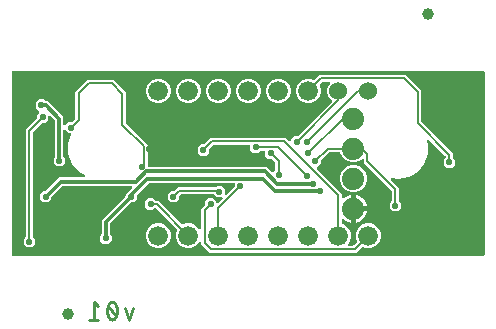
<source format=gbl>
G04 EAGLE Gerber RS-274X export*
G75*
%MOMM*%
%FSLAX34Y34*%
%LPD*%
%INBottom Copper*%
%IPPOS*%
%AMOC8*
5,1,8,0,0,1.08239X$1,22.5*%
G01*
%ADD10C,0.279400*%
%ADD11C,1.879600*%
%ADD12C,1.000000*%
%ADD13C,1.676400*%
%ADD14C,1.524000*%
%ADD15C,0.304800*%
%ADD16C,0.558800*%
%ADD17C,0.203200*%

G36*
X402394Y61477D02*
X402394Y61477D01*
X402452Y61475D01*
X402534Y61497D01*
X402618Y61509D01*
X402671Y61532D01*
X402727Y61547D01*
X402800Y61590D01*
X402877Y61625D01*
X402922Y61663D01*
X402972Y61692D01*
X403030Y61754D01*
X403094Y61808D01*
X403126Y61857D01*
X403166Y61900D01*
X403205Y61975D01*
X403252Y62045D01*
X403269Y62101D01*
X403296Y62153D01*
X403307Y62221D01*
X403337Y62316D01*
X403340Y62416D01*
X403351Y62484D01*
X403351Y216916D01*
X403343Y216974D01*
X403345Y217032D01*
X403323Y217114D01*
X403311Y217198D01*
X403288Y217251D01*
X403273Y217307D01*
X403230Y217380D01*
X403195Y217457D01*
X403157Y217502D01*
X403128Y217552D01*
X403066Y217610D01*
X403012Y217674D01*
X402963Y217706D01*
X402920Y217746D01*
X402845Y217785D01*
X402775Y217832D01*
X402719Y217849D01*
X402667Y217876D01*
X402599Y217887D01*
X402504Y217917D01*
X402404Y217920D01*
X402336Y217931D01*
X4064Y217931D01*
X4006Y217923D01*
X3948Y217925D01*
X3866Y217903D01*
X3782Y217891D01*
X3729Y217868D01*
X3673Y217853D01*
X3600Y217810D01*
X3523Y217775D01*
X3478Y217737D01*
X3428Y217708D01*
X3370Y217646D01*
X3306Y217592D01*
X3274Y217543D01*
X3234Y217500D01*
X3195Y217425D01*
X3148Y217355D01*
X3131Y217299D01*
X3104Y217247D01*
X3093Y217179D01*
X3063Y217084D01*
X3060Y216984D01*
X3049Y216916D01*
X3049Y62484D01*
X3057Y62426D01*
X3055Y62368D01*
X3077Y62286D01*
X3089Y62202D01*
X3112Y62149D01*
X3127Y62093D01*
X3170Y62020D01*
X3205Y61943D01*
X3243Y61898D01*
X3272Y61848D01*
X3334Y61790D01*
X3388Y61726D01*
X3437Y61694D01*
X3480Y61654D01*
X3555Y61615D01*
X3625Y61568D01*
X3681Y61551D01*
X3733Y61524D01*
X3801Y61513D01*
X3896Y61483D01*
X3996Y61480D01*
X4064Y61469D01*
X402336Y61469D01*
X402394Y61477D01*
G37*
%LPC*%
G36*
X170187Y64261D02*
X170187Y64261D01*
X168104Y66344D01*
X168104Y66345D01*
X165405Y69044D01*
X165404Y69044D01*
X163321Y71127D01*
X163321Y72393D01*
X163309Y72478D01*
X163307Y72564D01*
X163289Y72618D01*
X163281Y72674D01*
X163246Y72753D01*
X163220Y72835D01*
X163188Y72882D01*
X163165Y72934D01*
X163110Y72999D01*
X163062Y73071D01*
X163018Y73107D01*
X162982Y73151D01*
X162910Y73198D01*
X162844Y73254D01*
X162792Y73277D01*
X162745Y73308D01*
X162663Y73334D01*
X162584Y73369D01*
X162528Y73377D01*
X162474Y73394D01*
X162388Y73396D01*
X162303Y73408D01*
X162246Y73400D01*
X162190Y73401D01*
X162107Y73380D01*
X162021Y73367D01*
X161969Y73344D01*
X161915Y73329D01*
X161841Y73286D01*
X161762Y73250D01*
X161719Y73213D01*
X161670Y73184D01*
X161611Y73121D01*
X161546Y73066D01*
X161520Y73024D01*
X161476Y72977D01*
X161444Y72916D01*
X158480Y69951D01*
X154652Y68365D01*
X150508Y68365D01*
X146680Y69951D01*
X143751Y72880D01*
X142165Y76708D01*
X142165Y80852D01*
X143086Y83076D01*
X143087Y83077D01*
X143088Y83079D01*
X143122Y83213D01*
X143157Y83351D01*
X143157Y83353D01*
X143158Y83354D01*
X143153Y83495D01*
X143149Y83635D01*
X143149Y83637D01*
X143149Y83638D01*
X143106Y83771D01*
X143063Y83906D01*
X143062Y83907D01*
X143061Y83909D01*
X143053Y83921D01*
X142904Y84142D01*
X142881Y84162D01*
X142866Y84182D01*
X125275Y101773D01*
X125228Y101808D01*
X125188Y101851D01*
X125115Y101894D01*
X125048Y101944D01*
X124993Y101965D01*
X124943Y101995D01*
X124861Y102015D01*
X124782Y102045D01*
X124724Y102050D01*
X124667Y102065D01*
X124583Y102062D01*
X124499Y102069D01*
X124442Y102058D01*
X124383Y102056D01*
X124303Y102030D01*
X124220Y102013D01*
X124168Y101986D01*
X124113Y101968D01*
X124056Y101928D01*
X123968Y101882D01*
X123896Y101813D01*
X123839Y101773D01*
X122649Y100583D01*
X118651Y100583D01*
X115823Y103411D01*
X115823Y107409D01*
X118651Y110237D01*
X122649Y110237D01*
X124130Y108756D01*
X124200Y108704D01*
X124264Y108644D01*
X124313Y108618D01*
X124357Y108585D01*
X124439Y108554D01*
X124517Y108514D01*
X124564Y108506D01*
X124623Y108484D01*
X124770Y108472D01*
X124848Y108459D01*
X127213Y108459D01*
X129296Y106376D01*
X129296Y106375D01*
X147178Y88494D01*
X147179Y88493D01*
X147180Y88491D01*
X147290Y88409D01*
X147405Y88323D01*
X147407Y88322D01*
X147408Y88321D01*
X147540Y88271D01*
X147671Y88221D01*
X147672Y88221D01*
X147674Y88221D01*
X147818Y88209D01*
X147954Y88198D01*
X147956Y88198D01*
X147957Y88198D01*
X147973Y88202D01*
X148233Y88254D01*
X148260Y88268D01*
X148284Y88274D01*
X150508Y89195D01*
X154652Y89195D01*
X158480Y87609D01*
X161434Y84654D01*
X161447Y84626D01*
X161484Y84583D01*
X161512Y84534D01*
X161575Y84475D01*
X161631Y84409D01*
X161678Y84378D01*
X161719Y84339D01*
X161795Y84300D01*
X161867Y84252D01*
X161921Y84235D01*
X161972Y84209D01*
X162056Y84192D01*
X162138Y84166D01*
X162195Y84165D01*
X162251Y84154D01*
X162336Y84161D01*
X162422Y84159D01*
X162477Y84173D01*
X162534Y84178D01*
X162614Y84209D01*
X162697Y84231D01*
X162746Y84259D01*
X162799Y84280D01*
X162868Y84332D01*
X162942Y84376D01*
X162981Y84417D01*
X163026Y84451D01*
X163077Y84520D01*
X163136Y84583D01*
X163162Y84634D01*
X163196Y84679D01*
X163227Y84760D01*
X163266Y84836D01*
X163274Y84885D01*
X163297Y84945D01*
X163308Y85090D01*
X163321Y85167D01*
X163321Y101593D01*
X166326Y104597D01*
X166378Y104667D01*
X166438Y104731D01*
X166464Y104781D01*
X166497Y104825D01*
X166528Y104906D01*
X166568Y104984D01*
X166576Y105032D01*
X166598Y105090D01*
X166610Y105238D01*
X166623Y105315D01*
X166623Y107409D01*
X169451Y110237D01*
X173449Y110237D01*
X176277Y107409D01*
X176277Y106839D01*
X176281Y106810D01*
X176278Y106781D01*
X176301Y106670D01*
X176317Y106558D01*
X176329Y106531D01*
X176334Y106502D01*
X176386Y106402D01*
X176433Y106298D01*
X176452Y106276D01*
X176465Y106250D01*
X176543Y106168D01*
X176616Y106081D01*
X176641Y106065D01*
X176661Y106044D01*
X176759Y105987D01*
X176853Y105924D01*
X176881Y105915D01*
X176906Y105900D01*
X177016Y105872D01*
X177124Y105838D01*
X177154Y105837D01*
X177182Y105830D01*
X177295Y105834D01*
X177408Y105831D01*
X177437Y105838D01*
X177466Y105839D01*
X177574Y105874D01*
X177683Y105903D01*
X177709Y105918D01*
X177737Y105927D01*
X177800Y105972D01*
X177928Y106048D01*
X177971Y106093D01*
X178010Y106121D01*
X181309Y109421D01*
X181327Y109444D01*
X181349Y109463D01*
X181412Y109558D01*
X181480Y109648D01*
X181491Y109675D01*
X181507Y109700D01*
X181541Y109808D01*
X181581Y109914D01*
X181584Y109943D01*
X181593Y109971D01*
X181596Y110084D01*
X181605Y110197D01*
X181599Y110226D01*
X181600Y110255D01*
X181571Y110365D01*
X181549Y110476D01*
X181536Y110502D01*
X181528Y110530D01*
X181470Y110628D01*
X181418Y110728D01*
X181398Y110749D01*
X181383Y110775D01*
X181300Y110852D01*
X181222Y110934D01*
X181197Y110949D01*
X181176Y110969D01*
X181075Y111021D01*
X180977Y111078D01*
X180949Y111085D01*
X180923Y111099D01*
X180845Y111111D01*
X180702Y111148D01*
X180639Y111146D01*
X180591Y111154D01*
X176660Y111154D01*
X174320Y113494D01*
X174250Y113546D01*
X174186Y113606D01*
X174137Y113632D01*
X174093Y113665D01*
X174011Y113696D01*
X173933Y113736D01*
X173886Y113744D01*
X173827Y113766D01*
X173680Y113778D01*
X173602Y113791D01*
X146463Y113791D01*
X146377Y113779D01*
X146289Y113776D01*
X146237Y113759D01*
X146182Y113751D01*
X146102Y113716D01*
X146019Y113689D01*
X145980Y113661D01*
X145922Y113635D01*
X145809Y113539D01*
X145745Y113494D01*
X144824Y112573D01*
X144772Y112503D01*
X144712Y112439D01*
X144686Y112389D01*
X144653Y112345D01*
X144622Y112264D01*
X144582Y112186D01*
X144574Y112138D01*
X144552Y112080D01*
X144540Y111932D01*
X144527Y111855D01*
X144527Y109761D01*
X141699Y106933D01*
X137701Y106933D01*
X134873Y109761D01*
X134873Y113759D01*
X137701Y116587D01*
X139795Y116587D01*
X139881Y116599D01*
X139969Y116602D01*
X140021Y116619D01*
X140076Y116627D01*
X140156Y116662D01*
X140239Y116689D01*
X140278Y116717D01*
X140336Y116743D01*
X140449Y116839D01*
X140513Y116884D01*
X143517Y119889D01*
X175321Y119889D01*
X175407Y119901D01*
X175495Y119904D01*
X175547Y119921D01*
X175602Y119929D01*
X175682Y119964D01*
X175765Y119991D01*
X175804Y120019D01*
X175862Y120045D01*
X175975Y120141D01*
X176039Y120186D01*
X176660Y120807D01*
X180659Y120807D01*
X183486Y117980D01*
X183486Y114049D01*
X183490Y114019D01*
X183488Y113990D01*
X183510Y113879D01*
X183526Y113767D01*
X183538Y113740D01*
X183544Y113712D01*
X183596Y113611D01*
X183642Y113508D01*
X183661Y113485D01*
X183675Y113459D01*
X183752Y113377D01*
X183826Y113291D01*
X183850Y113274D01*
X183870Y113253D01*
X183968Y113196D01*
X184062Y113133D01*
X184090Y113124D01*
X184116Y113109D01*
X184225Y113082D01*
X184333Y113047D01*
X184363Y113047D01*
X184391Y113039D01*
X184504Y113043D01*
X184618Y113040D01*
X184646Y113047D01*
X184675Y113048D01*
X184783Y113083D01*
X184893Y113112D01*
X184918Y113127D01*
X184946Y113136D01*
X185010Y113181D01*
X185137Y113257D01*
X185180Y113303D01*
X185219Y113331D01*
X191502Y119613D01*
X191554Y119683D01*
X191614Y119747D01*
X191639Y119796D01*
X191673Y119840D01*
X191704Y119922D01*
X191744Y120000D01*
X191751Y120048D01*
X191774Y120106D01*
X191779Y120165D01*
X191785Y120185D01*
X191787Y120259D01*
X191799Y120331D01*
X191799Y122428D01*
X191792Y122479D01*
X191792Y122500D01*
X191791Y122504D01*
X191792Y122544D01*
X191771Y122626D01*
X191759Y122710D01*
X191735Y122763D01*
X191721Y122819D01*
X191677Y122892D01*
X191643Y122969D01*
X191605Y123014D01*
X191575Y123064D01*
X191514Y123122D01*
X191459Y123186D01*
X191411Y123218D01*
X191368Y123258D01*
X191293Y123297D01*
X191223Y123344D01*
X191167Y123361D01*
X191115Y123388D01*
X191047Y123399D01*
X190952Y123429D01*
X190852Y123432D01*
X190784Y123443D01*
X119594Y123443D01*
X119507Y123431D01*
X119419Y123428D01*
X119367Y123411D01*
X119312Y123403D01*
X119232Y123368D01*
X119149Y123341D01*
X119110Y123313D01*
X119053Y123287D01*
X118939Y123191D01*
X118876Y123146D01*
X109264Y113534D01*
X109212Y113464D01*
X109152Y113401D01*
X109126Y113351D01*
X109093Y113307D01*
X109062Y113225D01*
X109022Y113148D01*
X109014Y113100D01*
X108992Y113041D01*
X108980Y112894D01*
X108967Y112816D01*
X108967Y109761D01*
X106139Y106933D01*
X104764Y106933D01*
X104677Y106921D01*
X104590Y106918D01*
X104537Y106901D01*
X104482Y106893D01*
X104402Y106858D01*
X104319Y106831D01*
X104280Y106803D01*
X104223Y106777D01*
X104110Y106681D01*
X104046Y106636D01*
X86501Y89091D01*
X86449Y89021D01*
X86389Y88957D01*
X86363Y88908D01*
X86330Y88864D01*
X86299Y88782D01*
X86259Y88704D01*
X86251Y88657D01*
X86229Y88598D01*
X86217Y88451D01*
X86204Y88373D01*
X86204Y80271D01*
X86216Y80184D01*
X86219Y80097D01*
X86236Y80044D01*
X86244Y79989D01*
X86279Y79910D01*
X86306Y79826D01*
X86334Y79787D01*
X86360Y79730D01*
X86456Y79617D01*
X86501Y79553D01*
X87474Y78580D01*
X87474Y74582D01*
X84646Y71754D01*
X80648Y71754D01*
X77820Y74582D01*
X77820Y78580D01*
X78793Y79553D01*
X78845Y79623D01*
X78905Y79687D01*
X78931Y79736D01*
X78964Y79780D01*
X78995Y79862D01*
X79035Y79940D01*
X79043Y79987D01*
X79065Y80046D01*
X79077Y80193D01*
X79090Y80271D01*
X79090Y91740D01*
X99016Y111666D01*
X99068Y111736D01*
X99128Y111800D01*
X99154Y111849D01*
X99187Y111893D01*
X99218Y111975D01*
X99258Y112053D01*
X99266Y112100D01*
X99288Y112159D01*
X99300Y112306D01*
X99313Y112384D01*
X99313Y113759D01*
X102225Y116671D01*
X102280Y116689D01*
X102320Y116717D01*
X102377Y116743D01*
X102490Y116839D01*
X102554Y116884D01*
X104840Y119170D01*
X104858Y119194D01*
X104880Y119213D01*
X104943Y119307D01*
X105011Y119397D01*
X105021Y119425D01*
X105038Y119449D01*
X105072Y119557D01*
X105112Y119663D01*
X105114Y119692D01*
X105123Y119720D01*
X105126Y119834D01*
X105136Y119946D01*
X105130Y119975D01*
X105131Y120004D01*
X105102Y120114D01*
X105080Y120225D01*
X105066Y120251D01*
X105059Y120279D01*
X105001Y120377D01*
X104949Y120477D01*
X104929Y120499D01*
X104914Y120524D01*
X104831Y120601D01*
X104753Y120683D01*
X104728Y120698D01*
X104706Y120718D01*
X104605Y120770D01*
X104508Y120827D01*
X104479Y120834D01*
X104453Y120848D01*
X104376Y120861D01*
X104232Y120897D01*
X104170Y120895D01*
X104122Y120903D01*
X46344Y120903D01*
X46257Y120891D01*
X46170Y120888D01*
X46117Y120871D01*
X46062Y120863D01*
X45982Y120828D01*
X45899Y120801D01*
X45860Y120773D01*
X45803Y120747D01*
X45690Y120651D01*
X45626Y120606D01*
X36874Y111854D01*
X36822Y111784D01*
X36762Y111720D01*
X36736Y111671D01*
X36703Y111627D01*
X36672Y111545D01*
X36632Y111467D01*
X36624Y111420D01*
X36602Y111361D01*
X36590Y111214D01*
X36577Y111136D01*
X36577Y109761D01*
X33749Y106933D01*
X29751Y106933D01*
X26923Y109761D01*
X26923Y113759D01*
X29751Y116587D01*
X31126Y116587D01*
X31213Y116599D01*
X31300Y116602D01*
X31353Y116619D01*
X31408Y116627D01*
X31488Y116662D01*
X31571Y116689D01*
X31610Y116717D01*
X31667Y116743D01*
X31780Y116839D01*
X31844Y116884D01*
X42977Y128017D01*
X64123Y128017D01*
X64144Y128020D01*
X64165Y128018D01*
X64284Y128040D01*
X64404Y128057D01*
X64424Y128065D01*
X64445Y128069D01*
X64553Y128123D01*
X64664Y128173D01*
X64680Y128187D01*
X64699Y128196D01*
X64788Y128278D01*
X64881Y128356D01*
X64892Y128374D01*
X64908Y128389D01*
X64971Y128492D01*
X65038Y128593D01*
X65045Y128613D01*
X65056Y128632D01*
X65087Y128748D01*
X65124Y128864D01*
X65125Y128885D01*
X65130Y128906D01*
X65128Y129027D01*
X65131Y129148D01*
X65126Y129169D01*
X65126Y129190D01*
X65090Y129306D01*
X65060Y129423D01*
X65049Y129442D01*
X65042Y129462D01*
X64976Y129564D01*
X64914Y129668D01*
X64899Y129682D01*
X64887Y129700D01*
X64829Y129748D01*
X64707Y129862D01*
X64660Y129886D01*
X64627Y129913D01*
X59801Y132678D01*
X54074Y139426D01*
X50981Y147720D01*
X50892Y156570D01*
X53494Y164003D01*
X53511Y164087D01*
X53537Y164170D01*
X53538Y164226D01*
X53549Y164281D01*
X53542Y164368D01*
X53544Y164454D01*
X53530Y164509D01*
X53525Y164565D01*
X53494Y164646D01*
X53472Y164729D01*
X53444Y164778D01*
X53423Y164830D01*
X53371Y164899D01*
X53327Y164974D01*
X53286Y165012D01*
X53252Y165057D01*
X53183Y165109D01*
X53120Y165168D01*
X53070Y165194D01*
X53025Y165228D01*
X52944Y165258D01*
X52867Y165298D01*
X52818Y165306D01*
X52759Y165328D01*
X52613Y165340D01*
X52535Y165353D01*
X51341Y165353D01*
X48470Y168224D01*
X48446Y168242D01*
X48427Y168264D01*
X48333Y168327D01*
X48243Y168395D01*
X48215Y168405D01*
X48191Y168422D01*
X48083Y168456D01*
X47977Y168496D01*
X47948Y168499D01*
X47920Y168508D01*
X47806Y168510D01*
X47694Y168520D01*
X47665Y168514D01*
X47636Y168515D01*
X47526Y168486D01*
X47415Y168464D01*
X47389Y168450D01*
X47361Y168443D01*
X47263Y168385D01*
X47163Y168333D01*
X47141Y168313D01*
X47116Y168298D01*
X47039Y168215D01*
X46957Y168137D01*
X46942Y168112D01*
X46922Y168090D01*
X46870Y167990D01*
X46813Y167892D01*
X46806Y167863D01*
X46792Y167837D01*
X46779Y167760D01*
X46743Y167616D01*
X46745Y167554D01*
X46737Y167506D01*
X46737Y145930D01*
X46749Y145843D01*
X46752Y145756D01*
X46769Y145703D01*
X46777Y145648D01*
X46812Y145569D01*
X46839Y145485D01*
X46867Y145446D01*
X46893Y145389D01*
X46989Y145276D01*
X47034Y145212D01*
X48007Y144239D01*
X48007Y140241D01*
X45179Y137413D01*
X41181Y137413D01*
X38353Y140241D01*
X38353Y144239D01*
X39326Y145212D01*
X39378Y145282D01*
X39438Y145346D01*
X39464Y145395D01*
X39497Y145439D01*
X39528Y145521D01*
X39568Y145599D01*
X39576Y145646D01*
X39598Y145705D01*
X39610Y145852D01*
X39623Y145930D01*
X39623Y175906D01*
X39611Y175993D01*
X39608Y176080D01*
X39591Y176133D01*
X39583Y176188D01*
X39548Y176268D01*
X39521Y176351D01*
X39493Y176390D01*
X39467Y176447D01*
X39371Y176560D01*
X39326Y176624D01*
X35770Y180180D01*
X35746Y180198D01*
X35727Y180220D01*
X35633Y180283D01*
X35543Y180351D01*
X35515Y180361D01*
X35491Y180378D01*
X35383Y180412D01*
X35277Y180452D01*
X35248Y180455D01*
X35220Y180464D01*
X35106Y180466D01*
X34994Y180476D01*
X34965Y180470D01*
X34936Y180471D01*
X34826Y180442D01*
X34715Y180420D01*
X34689Y180406D01*
X34661Y180399D01*
X34563Y180341D01*
X34463Y180289D01*
X34441Y180269D01*
X34416Y180254D01*
X34339Y180171D01*
X34257Y180093D01*
X34242Y180068D01*
X34222Y180046D01*
X34170Y179946D01*
X34113Y179848D01*
X34106Y179819D01*
X34092Y179793D01*
X34079Y179716D01*
X34043Y179572D01*
X34045Y179510D01*
X34037Y179462D01*
X34037Y177071D01*
X31209Y174243D01*
X29115Y174243D01*
X29029Y174231D01*
X28941Y174228D01*
X28889Y174211D01*
X28834Y174203D01*
X28754Y174168D01*
X28671Y174141D01*
X28632Y174113D01*
X28574Y174087D01*
X28461Y173991D01*
X28397Y173946D01*
X21126Y166675D01*
X21074Y166605D01*
X21014Y166541D01*
X20988Y166491D01*
X20955Y166447D01*
X20924Y166366D01*
X20884Y166288D01*
X20876Y166240D01*
X20854Y166182D01*
X20842Y166034D01*
X20829Y165957D01*
X20829Y77858D01*
X20841Y77771D01*
X20844Y77684D01*
X20861Y77631D01*
X20869Y77576D01*
X20904Y77497D01*
X20931Y77413D01*
X20959Y77374D01*
X20985Y77317D01*
X21081Y77204D01*
X21126Y77140D01*
X22607Y75659D01*
X22607Y71661D01*
X19779Y68833D01*
X15781Y68833D01*
X12953Y71661D01*
X12953Y75659D01*
X14434Y77140D01*
X14486Y77210D01*
X14546Y77274D01*
X14572Y77323D01*
X14605Y77367D01*
X14636Y77449D01*
X14676Y77527D01*
X14684Y77574D01*
X14706Y77633D01*
X14718Y77780D01*
X14731Y77858D01*
X14731Y168903D01*
X24086Y178257D01*
X24138Y178327D01*
X24198Y178391D01*
X24224Y178441D01*
X24257Y178485D01*
X24288Y178566D01*
X24328Y178644D01*
X24336Y178692D01*
X24358Y178750D01*
X24370Y178898D01*
X24383Y178975D01*
X24383Y181069D01*
X26111Y182797D01*
X26146Y182844D01*
X26189Y182884D01*
X26231Y182957D01*
X26282Y183024D01*
X26303Y183079D01*
X26332Y183129D01*
X26353Y183211D01*
X26383Y183290D01*
X26388Y183348D01*
X26402Y183405D01*
X26400Y183489D01*
X26407Y183573D01*
X26395Y183631D01*
X26393Y183689D01*
X26367Y183769D01*
X26351Y183852D01*
X26324Y183904D01*
X26306Y183960D01*
X26266Y184016D01*
X26220Y184104D01*
X26151Y184177D01*
X26111Y184233D01*
X23113Y187231D01*
X23113Y191229D01*
X25941Y194057D01*
X29939Y194057D01*
X30912Y193084D01*
X30982Y193032D01*
X31046Y192972D01*
X31095Y192946D01*
X31139Y192913D01*
X31221Y192882D01*
X31299Y192842D01*
X31346Y192834D01*
X31405Y192812D01*
X31552Y192800D01*
X31630Y192787D01*
X33223Y192787D01*
X44356Y181654D01*
X46737Y179273D01*
X46737Y172854D01*
X46741Y172825D01*
X46738Y172795D01*
X46761Y172684D01*
X46777Y172572D01*
X46789Y172546D01*
X46794Y172517D01*
X46847Y172416D01*
X46893Y172313D01*
X46912Y172290D01*
X46925Y172264D01*
X47003Y172182D01*
X47076Y172096D01*
X47101Y172080D01*
X47121Y172058D01*
X47219Y172001D01*
X47313Y171938D01*
X47341Y171929D01*
X47366Y171915D01*
X47476Y171887D01*
X47584Y171852D01*
X47614Y171852D01*
X47642Y171845D01*
X47755Y171848D01*
X47868Y171845D01*
X47897Y171853D01*
X47926Y171854D01*
X48034Y171888D01*
X48143Y171917D01*
X48169Y171932D01*
X48197Y171941D01*
X48260Y171987D01*
X48388Y172062D01*
X48431Y172108D01*
X48470Y172136D01*
X51341Y175007D01*
X53435Y175007D01*
X53521Y175019D01*
X53609Y175022D01*
X53661Y175039D01*
X53716Y175047D01*
X53796Y175082D01*
X53879Y175109D01*
X53918Y175137D01*
X53976Y175163D01*
X54089Y175259D01*
X54153Y175304D01*
X56344Y177495D01*
X56380Y177544D01*
X56384Y177547D01*
X56394Y177562D01*
X56396Y177565D01*
X56456Y177629D01*
X56482Y177679D01*
X56515Y177723D01*
X56533Y177771D01*
X56542Y177784D01*
X56552Y177815D01*
X56586Y177882D01*
X56594Y177930D01*
X56616Y177988D01*
X56619Y178030D01*
X56627Y178055D01*
X56630Y178144D01*
X56641Y178213D01*
X56641Y200653D01*
X66747Y210759D01*
X88967Y210759D01*
X99639Y200087D01*
X99639Y174444D01*
X99651Y174357D01*
X99654Y174270D01*
X99671Y174217D01*
X99679Y174163D01*
X99714Y174083D01*
X99741Y174000D01*
X99769Y173960D01*
X99795Y173903D01*
X99891Y173790D01*
X99936Y173726D01*
X117996Y155666D01*
X117996Y137922D01*
X118004Y137864D01*
X118003Y137806D01*
X118024Y137724D01*
X118036Y137640D01*
X118060Y137587D01*
X118075Y137531D01*
X118118Y137458D01*
X118152Y137381D01*
X118190Y137336D01*
X118220Y137286D01*
X118281Y137228D01*
X118336Y137164D01*
X118385Y137132D01*
X118427Y137092D01*
X118502Y137053D01*
X118573Y137006D01*
X118628Y136989D01*
X118680Y136962D01*
X118748Y136951D01*
X118844Y136921D01*
X118943Y136918D01*
X119011Y136907D01*
X218643Y136907D01*
X222950Y132600D01*
X222997Y132565D01*
X223037Y132523D01*
X223110Y132480D01*
X223177Y132429D01*
X223232Y132408D01*
X223282Y132379D01*
X223364Y132358D01*
X223443Y132328D01*
X223501Y132323D01*
X223558Y132309D01*
X223642Y132311D01*
X223726Y132304D01*
X223783Y132316D01*
X223842Y132318D01*
X223922Y132344D01*
X224005Y132360D01*
X224057Y132387D01*
X224112Y132405D01*
X224169Y132445D01*
X224257Y132491D01*
X224329Y132560D01*
X224386Y132600D01*
X225635Y133849D01*
X225652Y133873D01*
X225674Y133891D01*
X225707Y133940D01*
X225747Y133983D01*
X225773Y134032D01*
X225806Y134077D01*
X225816Y134105D01*
X225832Y134128D01*
X225849Y134182D01*
X225877Y134236D01*
X225885Y134284D01*
X225907Y134342D01*
X225910Y134373D01*
X225918Y134399D01*
X225920Y134495D01*
X225932Y134567D01*
X225932Y140176D01*
X225920Y140262D01*
X225917Y140350D01*
X225900Y140402D01*
X225892Y140457D01*
X225857Y140537D01*
X225830Y140620D01*
X225802Y140659D01*
X225776Y140717D01*
X225680Y140830D01*
X225635Y140894D01*
X223063Y143466D01*
X222993Y143518D01*
X222929Y143578D01*
X222879Y143604D01*
X222835Y143637D01*
X222754Y143668D01*
X222676Y143708D01*
X222628Y143716D01*
X222570Y143738D01*
X222422Y143750D01*
X222345Y143763D01*
X220251Y143763D01*
X217423Y146591D01*
X217423Y149606D01*
X217415Y149664D01*
X217417Y149722D01*
X217395Y149804D01*
X217383Y149888D01*
X217360Y149941D01*
X217345Y149997D01*
X217302Y150070D01*
X217267Y150147D01*
X217229Y150192D01*
X217200Y150242D01*
X217138Y150300D01*
X217084Y150364D01*
X217035Y150396D01*
X216992Y150436D01*
X216917Y150475D01*
X216847Y150522D01*
X216791Y150539D01*
X216739Y150566D01*
X216671Y150577D01*
X216576Y150607D01*
X216476Y150610D01*
X216408Y150621D01*
X213748Y150621D01*
X213661Y150609D01*
X213574Y150606D01*
X213521Y150589D01*
X213466Y150581D01*
X213387Y150546D01*
X213303Y150519D01*
X213264Y150491D01*
X213207Y150465D01*
X213094Y150369D01*
X213030Y150324D01*
X211549Y148843D01*
X207551Y148843D01*
X204723Y151671D01*
X204723Y154686D01*
X204715Y154744D01*
X204717Y154802D01*
X204695Y154884D01*
X204683Y154968D01*
X204660Y155021D01*
X204645Y155077D01*
X204602Y155150D01*
X204567Y155227D01*
X204529Y155272D01*
X204500Y155322D01*
X204438Y155380D01*
X204384Y155444D01*
X204335Y155476D01*
X204292Y155516D01*
X204217Y155555D01*
X204147Y155602D01*
X204091Y155619D01*
X204039Y155646D01*
X203971Y155657D01*
X203876Y155687D01*
X203776Y155690D01*
X203708Y155701D01*
X174403Y155701D01*
X174317Y155689D01*
X174229Y155686D01*
X174177Y155669D01*
X174122Y155661D01*
X174042Y155626D01*
X173959Y155599D01*
X173920Y155571D01*
X173862Y155545D01*
X173749Y155449D01*
X173685Y155404D01*
X170224Y151943D01*
X170172Y151873D01*
X170112Y151809D01*
X170086Y151759D01*
X170053Y151715D01*
X170022Y151634D01*
X169982Y151556D01*
X169974Y151508D01*
X169952Y151450D01*
X169940Y151302D01*
X169927Y151225D01*
X169927Y149131D01*
X167099Y146303D01*
X163101Y146303D01*
X160273Y149131D01*
X160273Y153129D01*
X163101Y155957D01*
X165195Y155957D01*
X165281Y155969D01*
X165369Y155972D01*
X165421Y155989D01*
X165476Y155997D01*
X165556Y156032D01*
X165639Y156059D01*
X165678Y156087D01*
X165736Y156113D01*
X165849Y156209D01*
X165913Y156254D01*
X171457Y161799D01*
X234943Y161799D01*
X237026Y159716D01*
X237026Y159715D01*
X237745Y158996D01*
X237769Y158979D01*
X237788Y158956D01*
X237882Y158894D01*
X237972Y158826D01*
X238000Y158815D01*
X238024Y158799D01*
X238132Y158765D01*
X238238Y158724D01*
X238267Y158722D01*
X238295Y158713D01*
X238409Y158710D01*
X238521Y158701D01*
X238550Y158706D01*
X238579Y158706D01*
X238689Y158734D01*
X238800Y158757D01*
X238826Y158770D01*
X238854Y158778D01*
X238952Y158835D01*
X239052Y158888D01*
X239074Y158908D01*
X239099Y158923D01*
X239176Y159005D01*
X239258Y159083D01*
X239273Y159109D01*
X239293Y159130D01*
X239345Y159231D01*
X239402Y159329D01*
X239409Y159357D01*
X239423Y159383D01*
X239436Y159461D01*
X239472Y159604D01*
X239470Y159667D01*
X239478Y159714D01*
X239478Y159944D01*
X242306Y162772D01*
X244400Y162772D01*
X244486Y162784D01*
X244574Y162787D01*
X244626Y162804D01*
X244681Y162812D01*
X244761Y162847D01*
X244844Y162874D01*
X244883Y162902D01*
X244941Y162928D01*
X245054Y163024D01*
X245118Y163069D01*
X273861Y191812D01*
X273896Y191859D01*
X273938Y191899D01*
X273981Y191972D01*
X274032Y192040D01*
X274053Y192094D01*
X274082Y192145D01*
X274103Y192226D01*
X274133Y192305D01*
X274138Y192364D01*
X274152Y192420D01*
X274150Y192504D01*
X274157Y192589D01*
X274145Y192646D01*
X274143Y192704D01*
X274117Y192785D01*
X274101Y192867D01*
X274074Y192919D01*
X274056Y192975D01*
X274016Y193031D01*
X273970Y193120D01*
X273901Y193192D01*
X273861Y193248D01*
X271397Y195712D01*
X269927Y199260D01*
X269927Y203100D01*
X271397Y206648D01*
X272057Y207308D01*
X272075Y207332D01*
X272097Y207351D01*
X272160Y207445D01*
X272228Y207535D01*
X272238Y207563D01*
X272255Y207587D01*
X272289Y207695D01*
X272329Y207801D01*
X272332Y207830D01*
X272341Y207858D01*
X272343Y207972D01*
X272353Y208084D01*
X272347Y208113D01*
X272348Y208142D01*
X272319Y208252D01*
X272297Y208363D01*
X272283Y208389D01*
X272276Y208417D01*
X272218Y208515D01*
X272166Y208615D01*
X272146Y208637D01*
X272131Y208662D01*
X272048Y208739D01*
X271970Y208821D01*
X271945Y208836D01*
X271923Y208856D01*
X271822Y208908D01*
X271725Y208965D01*
X271696Y208972D01*
X271670Y208986D01*
X271593Y208999D01*
X271449Y209035D01*
X271387Y209033D01*
X271339Y209041D01*
X266773Y209041D01*
X266687Y209029D01*
X266599Y209026D01*
X266547Y209009D01*
X266492Y209001D01*
X266412Y208966D01*
X266329Y208939D01*
X266290Y208911D01*
X266232Y208885D01*
X266119Y208789D01*
X266055Y208744D01*
X263894Y206582D01*
X263893Y206581D01*
X263891Y206580D01*
X263809Y206470D01*
X263723Y206355D01*
X263722Y206353D01*
X263721Y206352D01*
X263671Y206220D01*
X263621Y206089D01*
X263621Y206088D01*
X263621Y206086D01*
X263609Y205942D01*
X263598Y205806D01*
X263598Y205804D01*
X263598Y205803D01*
X263602Y205787D01*
X263654Y205527D01*
X263668Y205500D01*
X263674Y205476D01*
X264595Y203252D01*
X264595Y199108D01*
X263009Y195280D01*
X260080Y192351D01*
X256252Y190765D01*
X252108Y190765D01*
X248280Y192351D01*
X245351Y195280D01*
X243765Y199108D01*
X243765Y203252D01*
X245351Y207080D01*
X248280Y210009D01*
X252108Y211595D01*
X256252Y211595D01*
X258476Y210674D01*
X258477Y210673D01*
X258479Y210672D01*
X258612Y210638D01*
X258751Y210603D01*
X258753Y210603D01*
X258754Y210602D01*
X258895Y210607D01*
X259035Y210611D01*
X259037Y210611D01*
X259038Y210611D01*
X259172Y210655D01*
X259306Y210697D01*
X259307Y210698D01*
X259309Y210699D01*
X259321Y210707D01*
X259542Y210856D01*
X259562Y210879D01*
X259582Y210894D01*
X261744Y213055D01*
X261744Y213056D01*
X263827Y215139D01*
X336543Y215139D01*
X349759Y201923D01*
X349759Y175673D01*
X349771Y175587D01*
X349774Y175499D01*
X349791Y175447D01*
X349799Y175392D01*
X349834Y175312D01*
X349861Y175229D01*
X349889Y175190D01*
X349915Y175132D01*
X350011Y175019D01*
X350056Y174955D01*
X376429Y148583D01*
X376429Y145168D01*
X376441Y145081D01*
X376444Y144994D01*
X376461Y144941D01*
X376469Y144886D01*
X376504Y144807D01*
X376531Y144723D01*
X376559Y144684D01*
X376585Y144627D01*
X376681Y144514D01*
X376726Y144450D01*
X378207Y142969D01*
X378207Y138971D01*
X375379Y136143D01*
X371381Y136143D01*
X368553Y138971D01*
X368553Y142969D01*
X370034Y144450D01*
X370086Y144520D01*
X370146Y144584D01*
X370172Y144633D01*
X370205Y144677D01*
X370236Y144759D01*
X370276Y144837D01*
X370284Y144884D01*
X370306Y144943D01*
X370318Y145090D01*
X370331Y145168D01*
X370331Y145637D01*
X370319Y145723D01*
X370316Y145811D01*
X370299Y145863D01*
X370291Y145918D01*
X370256Y145998D01*
X370229Y146081D01*
X370201Y146120D01*
X370175Y146178D01*
X370079Y146291D01*
X370034Y146355D01*
X356333Y160056D01*
X356287Y160090D01*
X356247Y160132D01*
X356174Y160175D01*
X356106Y160226D01*
X356052Y160247D01*
X356002Y160276D01*
X355920Y160297D01*
X355840Y160328D01*
X355783Y160332D01*
X355727Y160347D01*
X355641Y160344D01*
X355557Y160351D01*
X355500Y160340D01*
X355443Y160338D01*
X355362Y160312D01*
X355278Y160295D01*
X355227Y160269D01*
X355172Y160251D01*
X355101Y160204D01*
X355026Y160164D01*
X354984Y160125D01*
X354936Y160093D01*
X354881Y160027D01*
X354820Y159969D01*
X354790Y159919D01*
X354753Y159875D01*
X354719Y159797D01*
X354676Y159723D01*
X354662Y159667D01*
X354638Y159615D01*
X354627Y159530D01*
X354606Y159448D01*
X354608Y159390D01*
X354600Y159333D01*
X354612Y159264D01*
X354615Y159164D01*
X354645Y159070D01*
X354657Y159002D01*
X355508Y156570D01*
X355419Y147720D01*
X352326Y139426D01*
X346599Y132678D01*
X338919Y128278D01*
X330200Y126751D01*
X324899Y127679D01*
X324782Y127683D01*
X324665Y127693D01*
X324640Y127688D01*
X324615Y127689D01*
X324501Y127660D01*
X324387Y127637D01*
X324364Y127625D01*
X324339Y127619D01*
X324238Y127560D01*
X324134Y127506D01*
X324116Y127488D01*
X324094Y127475D01*
X324013Y127390D01*
X323928Y127310D01*
X323915Y127288D01*
X323898Y127270D01*
X323843Y127166D01*
X323784Y127065D01*
X323778Y127040D01*
X323766Y127017D01*
X323743Y126902D01*
X323714Y126789D01*
X323715Y126764D01*
X323710Y126739D01*
X323720Y126622D01*
X323723Y126505D01*
X323731Y126481D01*
X323733Y126455D01*
X323775Y126346D01*
X323811Y126235D01*
X323824Y126216D01*
X323834Y126190D01*
X324005Y125962D01*
X324006Y125961D01*
X330709Y119258D01*
X330709Y108338D01*
X330721Y108251D01*
X330724Y108164D01*
X330741Y108111D01*
X330749Y108056D01*
X330784Y107977D01*
X330811Y107893D01*
X330839Y107854D01*
X330865Y107797D01*
X330961Y107684D01*
X331006Y107620D01*
X332487Y106139D01*
X332487Y102141D01*
X329659Y99313D01*
X325661Y99313D01*
X322833Y102141D01*
X322833Y106139D01*
X324314Y107620D01*
X324366Y107690D01*
X324426Y107754D01*
X324452Y107803D01*
X324485Y107847D01*
X324516Y107929D01*
X324556Y108007D01*
X324564Y108054D01*
X324586Y108113D01*
X324598Y108260D01*
X324611Y108338D01*
X324611Y116312D01*
X324604Y116367D01*
X324605Y116409D01*
X324598Y116434D01*
X324596Y116486D01*
X324579Y116539D01*
X324571Y116594D01*
X324536Y116673D01*
X324534Y116677D01*
X324533Y116684D01*
X324532Y116685D01*
X324509Y116757D01*
X324481Y116796D01*
X324455Y116853D01*
X324359Y116966D01*
X324314Y117030D01*
X300989Y140355D01*
X300989Y142673D01*
X300985Y142702D01*
X300988Y142731D01*
X300965Y142842D01*
X300949Y142954D01*
X300937Y142981D01*
X300932Y143010D01*
X300879Y143110D01*
X300833Y143214D01*
X300814Y143236D01*
X300801Y143262D01*
X300723Y143344D01*
X300650Y143431D01*
X300625Y143447D01*
X300605Y143468D01*
X300507Y143525D01*
X300413Y143588D01*
X300385Y143597D01*
X300360Y143612D01*
X300250Y143640D01*
X300142Y143674D01*
X300112Y143675D01*
X300084Y143682D01*
X299971Y143678D01*
X299858Y143681D01*
X299829Y143674D01*
X299800Y143673D01*
X299692Y143638D01*
X299583Y143610D01*
X299557Y143595D01*
X299529Y143586D01*
X299465Y143540D01*
X299338Y143464D01*
X299295Y143419D01*
X299256Y143391D01*
X298575Y142709D01*
X294374Y140969D01*
X289826Y140969D01*
X285625Y142710D01*
X282410Y145925D01*
X281250Y148725D01*
X281249Y148726D01*
X281249Y148727D01*
X281180Y148843D01*
X281105Y148969D01*
X281104Y148970D01*
X281103Y148972D01*
X281000Y149069D01*
X280899Y149165D01*
X280897Y149165D01*
X280896Y149166D01*
X280770Y149231D01*
X280646Y149295D01*
X280644Y149295D01*
X280643Y149296D01*
X280628Y149298D01*
X280367Y149350D01*
X280337Y149347D01*
X280312Y149351D01*
X272308Y149351D01*
X272222Y149339D01*
X272134Y149336D01*
X272082Y149319D01*
X272027Y149311D01*
X271947Y149276D01*
X271864Y149249D01*
X271824Y149221D01*
X271767Y149195D01*
X271654Y149099D01*
X271590Y149054D01*
X264966Y142430D01*
X264914Y142360D01*
X264854Y142296D01*
X264828Y142247D01*
X264795Y142202D01*
X264764Y142121D01*
X264724Y142043D01*
X264716Y141995D01*
X264694Y141937D01*
X264687Y141856D01*
X264683Y141841D01*
X264681Y141787D01*
X264669Y141712D01*
X264669Y139618D01*
X261614Y136563D01*
X261579Y136516D01*
X261537Y136476D01*
X261494Y136403D01*
X261443Y136336D01*
X261422Y136281D01*
X261393Y136231D01*
X261372Y136149D01*
X261342Y136070D01*
X261337Y136012D01*
X261323Y135955D01*
X261325Y135871D01*
X261318Y135787D01*
X261330Y135730D01*
X261332Y135671D01*
X261358Y135591D01*
X261374Y135508D01*
X261401Y135456D01*
X261419Y135401D01*
X261459Y135345D01*
X261505Y135256D01*
X261574Y135184D01*
X261614Y135127D01*
X280365Y116376D01*
X280366Y116376D01*
X282449Y114293D01*
X282449Y111284D01*
X282453Y111255D01*
X282450Y111225D01*
X282473Y111114D01*
X282489Y111002D01*
X282501Y110975D01*
X282506Y110947D01*
X282559Y110846D01*
X282605Y110743D01*
X282624Y110720D01*
X282637Y110694D01*
X282715Y110612D01*
X282788Y110526D01*
X282813Y110509D01*
X282833Y110488D01*
X282931Y110431D01*
X283025Y110368D01*
X283053Y110359D01*
X283078Y110344D01*
X283188Y110317D01*
X283296Y110282D01*
X283325Y110282D01*
X283354Y110274D01*
X283467Y110278D01*
X283580Y110275D01*
X283609Y110282D01*
X283638Y110283D01*
X283746Y110318D01*
X283855Y110347D01*
X283881Y110362D01*
X283909Y110371D01*
X283973Y110417D01*
X284100Y110492D01*
X284143Y110538D01*
X284182Y110566D01*
X284323Y110706D01*
X285843Y111811D01*
X287517Y112664D01*
X289304Y113245D01*
X290069Y113366D01*
X290069Y102616D01*
X290077Y102558D01*
X290075Y102500D01*
X290097Y102418D01*
X290109Y102335D01*
X290133Y102281D01*
X290147Y102225D01*
X290190Y102152D01*
X290225Y102075D01*
X290263Y102031D01*
X290293Y101980D01*
X290354Y101923D01*
X290409Y101858D01*
X290457Y101826D01*
X290500Y101786D01*
X290575Y101747D01*
X290645Y101701D01*
X290701Y101683D01*
X290753Y101656D01*
X290821Y101645D01*
X290916Y101615D01*
X291016Y101612D01*
X291084Y101601D01*
X292101Y101601D01*
X292101Y101599D01*
X291084Y101599D01*
X291026Y101591D01*
X290968Y101592D01*
X290886Y101571D01*
X290803Y101559D01*
X290749Y101535D01*
X290693Y101521D01*
X290620Y101478D01*
X290543Y101443D01*
X290498Y101405D01*
X290448Y101375D01*
X290390Y101314D01*
X290326Y101259D01*
X290294Y101211D01*
X290254Y101168D01*
X290215Y101093D01*
X290169Y101023D01*
X290151Y100967D01*
X290124Y100915D01*
X290113Y100847D01*
X290083Y100752D01*
X290080Y100652D01*
X290069Y100584D01*
X290069Y89834D01*
X289304Y89955D01*
X287517Y90536D01*
X285843Y91389D01*
X284323Y92494D01*
X284182Y92634D01*
X284158Y92652D01*
X284139Y92674D01*
X284045Y92737D01*
X283955Y92805D01*
X283927Y92816D01*
X283903Y92832D01*
X283795Y92866D01*
X283689Y92906D01*
X283660Y92909D01*
X283632Y92918D01*
X283519Y92921D01*
X283406Y92930D01*
X283377Y92924D01*
X283348Y92925D01*
X283238Y92896D01*
X283127Y92874D01*
X283101Y92861D01*
X283073Y92853D01*
X282975Y92795D01*
X282875Y92743D01*
X282853Y92723D01*
X282828Y92708D01*
X282751Y92625D01*
X282669Y92547D01*
X282654Y92522D01*
X282634Y92501D01*
X282582Y92400D01*
X282525Y92302D01*
X282518Y92274D01*
X282504Y92247D01*
X282491Y92170D01*
X282455Y92027D01*
X282457Y91964D01*
X282449Y91916D01*
X282449Y89543D01*
X282449Y89541D01*
X282449Y89540D01*
X282469Y89400D01*
X282489Y89261D01*
X282489Y89260D01*
X282489Y89258D01*
X282547Y89131D01*
X282605Y89002D01*
X282606Y89001D01*
X282607Y88999D01*
X282698Y88892D01*
X282788Y88785D01*
X282790Y88784D01*
X282791Y88783D01*
X282804Y88775D01*
X283025Y88627D01*
X283054Y88618D01*
X283075Y88605D01*
X285480Y87609D01*
X288409Y84680D01*
X289995Y80852D01*
X289995Y76708D01*
X288409Y72881D01*
X287621Y72092D01*
X287603Y72068D01*
X287581Y72049D01*
X287518Y71955D01*
X287450Y71865D01*
X287439Y71837D01*
X287423Y71813D01*
X287389Y71705D01*
X287348Y71599D01*
X287346Y71570D01*
X287337Y71542D01*
X287334Y71428D01*
X287325Y71316D01*
X287331Y71287D01*
X287330Y71258D01*
X287358Y71148D01*
X287381Y71037D01*
X287394Y71011D01*
X287402Y70983D01*
X287459Y70885D01*
X287512Y70785D01*
X287532Y70763D01*
X287547Y70738D01*
X287630Y70661D01*
X287708Y70579D01*
X287733Y70564D01*
X287754Y70544D01*
X287855Y70492D01*
X287953Y70435D01*
X287981Y70428D01*
X288007Y70414D01*
X288085Y70401D01*
X288228Y70365D01*
X288291Y70367D01*
X288338Y70359D01*
X291827Y70359D01*
X291913Y70371D01*
X292001Y70374D01*
X292053Y70391D01*
X292108Y70399D01*
X292188Y70434D01*
X292271Y70461D01*
X292310Y70489D01*
X292368Y70515D01*
X292481Y70611D01*
X292545Y70656D01*
X295266Y73378D01*
X295267Y73379D01*
X295269Y73380D01*
X295351Y73490D01*
X295437Y73605D01*
X295438Y73607D01*
X295439Y73608D01*
X295489Y73740D01*
X295539Y73871D01*
X295539Y73872D01*
X295539Y73874D01*
X295551Y74018D01*
X295562Y74154D01*
X295562Y74156D01*
X295562Y74157D01*
X295558Y74173D01*
X295506Y74433D01*
X295492Y74460D01*
X295486Y74484D01*
X294565Y76708D01*
X294565Y80852D01*
X296151Y84680D01*
X299080Y87609D01*
X302908Y89195D01*
X307052Y89195D01*
X310880Y87609D01*
X313809Y84680D01*
X315395Y80852D01*
X315395Y76708D01*
X313809Y72880D01*
X310880Y69951D01*
X307052Y68365D01*
X302908Y68365D01*
X300684Y69286D01*
X300683Y69287D01*
X300681Y69288D01*
X300547Y69322D01*
X300409Y69357D01*
X300407Y69357D01*
X300406Y69358D01*
X300265Y69353D01*
X300125Y69349D01*
X300123Y69349D01*
X300122Y69349D01*
X299989Y69306D01*
X299854Y69263D01*
X299853Y69262D01*
X299851Y69261D01*
X299839Y69253D01*
X299618Y69104D01*
X299598Y69081D01*
X299578Y69066D01*
X296856Y66345D01*
X296856Y66344D01*
X294773Y64261D01*
X170187Y64261D01*
G37*
%LPD*%
%LPC*%
G36*
X289826Y115569D02*
X289826Y115569D01*
X285625Y117310D01*
X282410Y120525D01*
X280669Y124726D01*
X280669Y129274D01*
X282410Y133475D01*
X285625Y136690D01*
X289826Y138431D01*
X294374Y138431D01*
X298575Y136690D01*
X301790Y133475D01*
X303531Y129274D01*
X303531Y124726D01*
X301790Y120525D01*
X298575Y117310D01*
X294374Y115569D01*
X289826Y115569D01*
G37*
%LPD*%
%LPC*%
G36*
X226708Y190765D02*
X226708Y190765D01*
X222880Y192351D01*
X219951Y195280D01*
X218365Y199108D01*
X218365Y203252D01*
X219951Y207080D01*
X222880Y210009D01*
X226708Y211595D01*
X230852Y211595D01*
X234680Y210009D01*
X237609Y207080D01*
X239195Y203252D01*
X239195Y199108D01*
X237609Y195280D01*
X234680Y192351D01*
X230852Y190765D01*
X226708Y190765D01*
G37*
%LPD*%
%LPC*%
G36*
X201308Y190765D02*
X201308Y190765D01*
X197480Y192351D01*
X194551Y195280D01*
X192965Y199108D01*
X192965Y203252D01*
X194551Y207080D01*
X197480Y210009D01*
X201308Y211595D01*
X205452Y211595D01*
X209280Y210009D01*
X212209Y207080D01*
X213795Y203252D01*
X213795Y199108D01*
X212209Y195280D01*
X209280Y192351D01*
X205452Y190765D01*
X201308Y190765D01*
G37*
%LPD*%
%LPC*%
G36*
X175908Y190765D02*
X175908Y190765D01*
X172080Y192351D01*
X169151Y195280D01*
X167565Y199108D01*
X167565Y203252D01*
X169151Y207080D01*
X172080Y210009D01*
X175908Y211595D01*
X180052Y211595D01*
X183880Y210009D01*
X186809Y207080D01*
X188395Y203252D01*
X188395Y199108D01*
X186809Y195280D01*
X183880Y192351D01*
X180052Y190765D01*
X175908Y190765D01*
G37*
%LPD*%
%LPC*%
G36*
X150508Y190765D02*
X150508Y190765D01*
X146680Y192351D01*
X143751Y195280D01*
X142165Y199108D01*
X142165Y203252D01*
X143751Y207080D01*
X146680Y210009D01*
X150508Y211595D01*
X154652Y211595D01*
X158480Y210009D01*
X161409Y207080D01*
X162995Y203252D01*
X162995Y199108D01*
X161409Y195280D01*
X158480Y192351D01*
X154652Y190765D01*
X150508Y190765D01*
G37*
%LPD*%
%LPC*%
G36*
X125108Y190765D02*
X125108Y190765D01*
X121280Y192351D01*
X118351Y195280D01*
X116765Y199108D01*
X116765Y203252D01*
X118351Y207080D01*
X121280Y210009D01*
X125108Y211595D01*
X129252Y211595D01*
X133080Y210009D01*
X136009Y207080D01*
X137595Y203252D01*
X137595Y199108D01*
X136009Y195280D01*
X133080Y192351D01*
X129252Y190765D01*
X125108Y190765D01*
G37*
%LPD*%
%LPC*%
G36*
X125108Y68365D02*
X125108Y68365D01*
X121280Y69951D01*
X118351Y72880D01*
X116765Y76708D01*
X116765Y80852D01*
X118351Y84680D01*
X121280Y87609D01*
X125108Y89195D01*
X129252Y89195D01*
X133080Y87609D01*
X136009Y84680D01*
X137595Y80852D01*
X137595Y76708D01*
X136009Y72880D01*
X133080Y69951D01*
X129252Y68365D01*
X125108Y68365D01*
G37*
%LPD*%
%LPC*%
G36*
X294131Y103631D02*
X294131Y103631D01*
X294131Y113366D01*
X294896Y113245D01*
X296683Y112664D01*
X298357Y111811D01*
X299878Y110706D01*
X301206Y109378D01*
X302311Y107857D01*
X303164Y106183D01*
X303745Y104396D01*
X303866Y103631D01*
X294131Y103631D01*
G37*
%LPD*%
%LPC*%
G36*
X294131Y99569D02*
X294131Y99569D01*
X303866Y99569D01*
X303745Y98804D01*
X303164Y97017D01*
X302311Y95343D01*
X301206Y93822D01*
X299878Y92494D01*
X298357Y91389D01*
X296683Y90536D01*
X294896Y89955D01*
X294131Y89834D01*
X294131Y99569D01*
G37*
%LPD*%
D10*
X105283Y17738D02*
X101953Y7747D01*
X98623Y17738D01*
X92048Y15240D02*
X92044Y15535D01*
X92034Y15829D01*
X92016Y16124D01*
X91992Y16418D01*
X91960Y16711D01*
X91922Y17003D01*
X91876Y17294D01*
X91823Y17584D01*
X91764Y17873D01*
X91698Y18160D01*
X91625Y18446D01*
X91545Y18730D01*
X91458Y19012D01*
X91365Y19291D01*
X91265Y19569D01*
X91158Y19843D01*
X91045Y20116D01*
X90925Y20385D01*
X90799Y20652D01*
X90761Y20755D01*
X90720Y20856D01*
X90676Y20955D01*
X90628Y21054D01*
X90577Y21150D01*
X90522Y21244D01*
X90464Y21337D01*
X90403Y21427D01*
X90338Y21515D01*
X90271Y21601D01*
X90200Y21684D01*
X90127Y21765D01*
X90051Y21843D01*
X89972Y21919D01*
X89890Y21991D01*
X89806Y22061D01*
X89719Y22127D01*
X89631Y22191D01*
X89540Y22251D01*
X89446Y22308D01*
X89351Y22362D01*
X89254Y22412D01*
X89156Y22459D01*
X89056Y22502D01*
X88954Y22542D01*
X88851Y22578D01*
X88747Y22610D01*
X88641Y22639D01*
X88535Y22664D01*
X88428Y22685D01*
X88320Y22702D01*
X88212Y22716D01*
X88103Y22725D01*
X87994Y22731D01*
X87885Y22733D01*
X87776Y22731D01*
X87667Y22725D01*
X87558Y22716D01*
X87450Y22702D01*
X87342Y22685D01*
X87235Y22664D01*
X87128Y22639D01*
X87023Y22610D01*
X86919Y22578D01*
X86816Y22542D01*
X86714Y22502D01*
X86614Y22459D01*
X86515Y22412D01*
X86418Y22361D01*
X86323Y22308D01*
X86230Y22251D01*
X86139Y22190D01*
X86050Y22127D01*
X85964Y22060D01*
X85879Y21991D01*
X85798Y21918D01*
X85719Y21843D01*
X85643Y21765D01*
X85569Y21684D01*
X85499Y21601D01*
X85431Y21515D01*
X85366Y21427D01*
X85305Y21336D01*
X85247Y21244D01*
X85192Y21149D01*
X85141Y21053D01*
X85093Y20955D01*
X85049Y20855D01*
X85008Y20754D01*
X84971Y20651D01*
X84971Y20652D02*
X84845Y20385D01*
X84725Y20116D01*
X84612Y19843D01*
X84505Y19569D01*
X84405Y19291D01*
X84312Y19012D01*
X84225Y18730D01*
X84145Y18446D01*
X84072Y18160D01*
X84006Y17873D01*
X83947Y17584D01*
X83894Y17294D01*
X83848Y17003D01*
X83810Y16711D01*
X83778Y16418D01*
X83754Y16124D01*
X83736Y15829D01*
X83726Y15535D01*
X83722Y15240D01*
X92048Y15240D02*
X92044Y14945D01*
X92034Y14651D01*
X92016Y14356D01*
X91992Y14062D01*
X91960Y13769D01*
X91922Y13477D01*
X91876Y13186D01*
X91823Y12896D01*
X91764Y12607D01*
X91698Y12320D01*
X91625Y12034D01*
X91545Y11750D01*
X91458Y11468D01*
X91365Y11189D01*
X91265Y10911D01*
X91158Y10637D01*
X91045Y10364D01*
X90925Y10095D01*
X90799Y9828D01*
X90761Y9725D01*
X90720Y9624D01*
X90676Y9525D01*
X90628Y9426D01*
X90577Y9330D01*
X90522Y9236D01*
X90464Y9143D01*
X90403Y9053D01*
X90338Y8965D01*
X90271Y8879D01*
X90200Y8796D01*
X90127Y8715D01*
X90051Y8637D01*
X89972Y8561D01*
X89890Y8489D01*
X89806Y8419D01*
X89719Y8353D01*
X89631Y8289D01*
X89540Y8229D01*
X89446Y8172D01*
X89351Y8118D01*
X89254Y8068D01*
X89156Y8021D01*
X89056Y7978D01*
X88954Y7938D01*
X88851Y7902D01*
X88747Y7870D01*
X88641Y7841D01*
X88535Y7816D01*
X88428Y7795D01*
X88320Y7778D01*
X88212Y7764D01*
X88103Y7755D01*
X87994Y7749D01*
X87885Y7747D01*
X84971Y9828D02*
X84845Y10095D01*
X84725Y10364D01*
X84612Y10637D01*
X84505Y10911D01*
X84405Y11189D01*
X84312Y11468D01*
X84225Y11750D01*
X84145Y12034D01*
X84072Y12320D01*
X84006Y12607D01*
X83947Y12896D01*
X83894Y13186D01*
X83848Y13477D01*
X83810Y13769D01*
X83778Y14062D01*
X83754Y14356D01*
X83736Y14651D01*
X83726Y14945D01*
X83722Y15240D01*
X84971Y9829D02*
X85008Y9726D01*
X85049Y9625D01*
X85093Y9525D01*
X85141Y9427D01*
X85192Y9331D01*
X85247Y9236D01*
X85305Y9144D01*
X85366Y9053D01*
X85431Y8965D01*
X85499Y8879D01*
X85569Y8796D01*
X85643Y8715D01*
X85719Y8637D01*
X85798Y8562D01*
X85879Y8489D01*
X85964Y8420D01*
X86050Y8353D01*
X86139Y8290D01*
X86230Y8229D01*
X86323Y8172D01*
X86418Y8119D01*
X86515Y8068D01*
X86614Y8021D01*
X86714Y7978D01*
X86816Y7938D01*
X86919Y7902D01*
X87023Y7870D01*
X87128Y7841D01*
X87235Y7816D01*
X87342Y7795D01*
X87450Y7778D01*
X87558Y7764D01*
X87667Y7755D01*
X87776Y7749D01*
X87885Y7747D01*
X91215Y11077D02*
X84554Y19403D01*
X76416Y19403D02*
X72254Y22733D01*
X72254Y7747D01*
X76416Y7747D02*
X68091Y7747D01*
D11*
X292100Y101600D03*
X292100Y127000D03*
X292100Y152400D03*
X292100Y177800D03*
D12*
X50800Y12700D03*
X355600Y266700D03*
D13*
X304980Y78780D03*
X279580Y78780D03*
X254180Y78780D03*
X228780Y78780D03*
X203380Y78780D03*
X177980Y78780D03*
X152580Y78780D03*
X127180Y78780D03*
X127180Y201180D03*
X152580Y201180D03*
X177980Y201180D03*
X203380Y201180D03*
X228780Y201180D03*
X254180Y201180D03*
D14*
X279580Y201180D03*
X304980Y201180D03*
D15*
X264160Y116840D02*
X226060Y116840D01*
D16*
X264160Y116840D03*
D15*
X215900Y127000D02*
X117700Y127000D01*
X215900Y127000D02*
X226060Y116840D01*
D16*
X27940Y189230D03*
D15*
X31750Y189230D01*
X43180Y177800D01*
X43180Y142240D01*
D16*
X43180Y142240D03*
X82647Y76581D03*
D15*
X82647Y90267D01*
X104140Y111760D01*
D17*
X104140Y113440D01*
D15*
X117700Y127000D01*
D16*
X104140Y111760D03*
X106680Y205740D03*
X274320Y128270D03*
X12700Y101600D03*
X318770Y68580D03*
X119380Y152400D03*
X269240Y191770D03*
X34290Y135890D03*
X57150Y102870D03*
D17*
X292100Y152400D02*
X299720Y152400D01*
X304038Y148082D01*
D16*
X327660Y104140D03*
X259842Y141617D03*
D17*
X270625Y152400D01*
X292100Y152400D01*
D16*
X29210Y179070D03*
D17*
X17780Y167640D01*
X17780Y73660D01*
D16*
X17780Y73660D03*
D17*
X327660Y104140D02*
X327660Y117996D01*
X304038Y141618D01*
X304038Y148082D01*
D16*
X254000Y148590D03*
D17*
X283210Y177800D01*
X292100Y177800D01*
D16*
X53340Y170180D03*
X113030Y137160D03*
D17*
X59690Y176530D02*
X53340Y170180D01*
X68010Y207710D02*
X87704Y207710D01*
X96590Y198824D01*
X96590Y172761D02*
X114947Y154403D01*
X114947Y139077D01*
X113030Y137160D01*
X59690Y176530D02*
X59690Y199390D01*
X68010Y207710D01*
X96590Y198824D02*
X96590Y172761D01*
D16*
X253250Y158000D03*
D17*
X296430Y201180D01*
X304980Y201180D01*
X304980Y78780D02*
X293510Y67310D01*
X171450Y67310D02*
X166370Y72390D01*
X171450Y67310D02*
X293510Y67310D01*
X171450Y105410D02*
X166370Y100330D01*
D16*
X171450Y105410D03*
D17*
X166370Y100330D02*
X166370Y72390D01*
D16*
X244305Y157945D03*
D17*
X279580Y193220D01*
X279580Y201180D01*
D16*
X165100Y151130D03*
D17*
X172720Y158750D01*
X279400Y78960D02*
X279580Y78780D01*
X279400Y113030D02*
X233680Y158750D01*
X279400Y113030D02*
X279400Y78960D01*
X233680Y158750D02*
X172720Y158750D01*
X125950Y105410D02*
X152580Y78780D01*
X125950Y105410D02*
X120650Y105410D01*
D16*
X120650Y105410D03*
D17*
X254180Y201180D02*
X265090Y212090D01*
X335280Y212090D02*
X346710Y200660D01*
X346710Y173990D01*
X373380Y147320D02*
X373380Y140970D01*
X373380Y147320D02*
X346710Y173990D01*
D16*
X373380Y140970D03*
D17*
X335280Y212090D02*
X265090Y212090D01*
D16*
X222250Y148590D03*
X228981Y130370D03*
D17*
X228981Y141859D01*
X222250Y148590D01*
D16*
X209550Y153670D03*
D17*
X228600Y153670D01*
X252910Y129360D01*
D16*
X252910Y129360D03*
D17*
X177980Y101780D02*
X177980Y78780D01*
X177980Y101780D02*
X196626Y120426D01*
D16*
X196626Y120426D03*
X139700Y111760D03*
D17*
X144780Y116840D02*
X177800Y116840D01*
X144780Y116840D02*
X139700Y111760D01*
X177800Y116840D02*
X178659Y115981D01*
D16*
X178659Y115981D03*
X31750Y111760D03*
D15*
X44450Y124460D01*
X107950Y124460D02*
X116840Y133350D01*
X107950Y124460D02*
X44450Y124460D01*
X227711Y122809D02*
X258371Y122809D01*
D16*
X258371Y122809D03*
D15*
X217170Y133350D02*
X116840Y133350D01*
X217170Y133350D02*
X227711Y122809D01*
M02*

</source>
